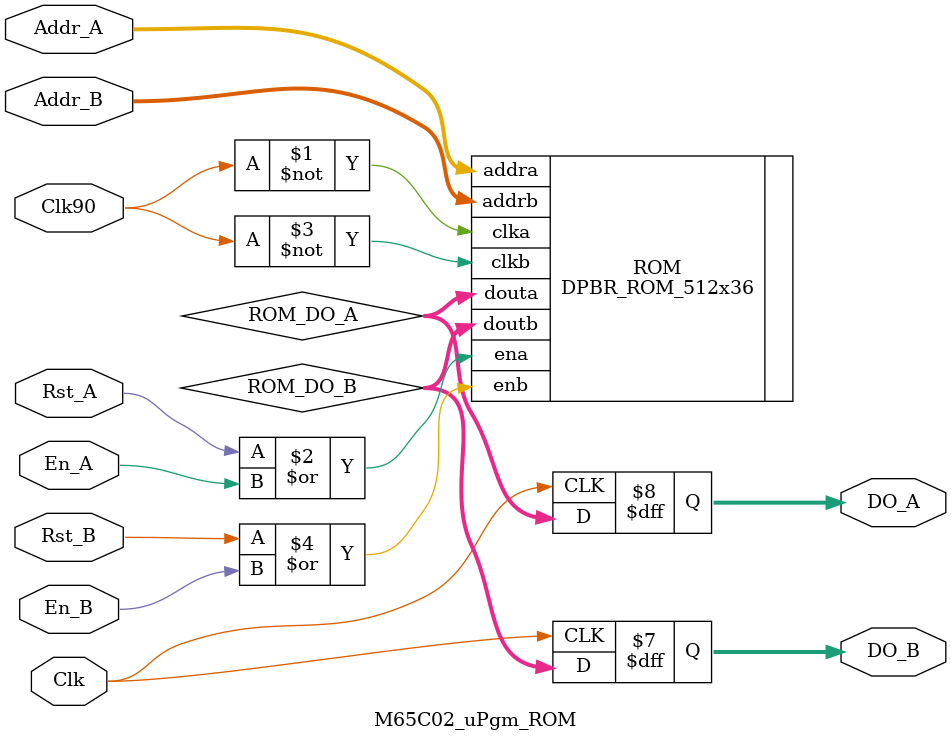
<source format=v>

`timescale 1ns / 1ps


module M65C02_uPgm_ROM #(
    parameter pROM_AddrWidth = 8'd9,
    parameter pROM_Width     = 8'd36,
    parameter pROM_Init      = "Src/M65C02_uPgm_V3b.coe"
)(
    input   Clk,
    input   Clk90,
    
    // Core 0 Interface (A Side)
    
    input   Rst_A,
    
    input   En_A,
    input   [(pROM_AddrWidth - 1):0] Addr_A,
    output  reg [(pROM_Width - 1):0] DO_A,

    // Core 1 Interface (B Side)
    
    input   Rst_B,
    
    input   En_B,
    input   [(pROM_AddrWidth - 1):0] Addr_B,
    output  reg [(pROM_Width - 1):0] DO_B
);

////////////////////////////////////////////////////////////////////////////////
//
//  Local Parameters
//

localparam  pROM_Depth = (2**pROM_AddrWidth);

////////////////////////////////////////////////////////////////////////////////
//
//  Implementation
//

`ifdef Sim_ROM

reg     [(pROM_Width - 1):0] ROM [(pROM_Depth - 1):0];
reg     [(pROM_Width - 1):0] ROM_DO_A, ROM_DO_B;

initial
    $readmemb(pROM_Init, ROM, 0, (pROM_Depth - 1));

always @(negedge Clk90)
begin
    if(En_A | Rst_A)                    //  Port A
        ROM_DO_A <= #1 ROM[Addr_A];

    if(En_B | Rst_B)                    //  Port B
        ROM_DO_B <= #1 ROM[Addr_B];
end

`else

wire    [(pROM_Width - 1):0] ROM_DO_A, ROM_DO_B;

DPBR_ROM_512x36 ROM (
                    .clka(~Clk90),

                    .ena(Rst_A | En_A),
                    .addra(Addr_A),             // Bus [ 7:0] 
                    .douta(ROM_DO_A),           // Bus [35:0]
                    
                    .clkb(~Clk90),

                    .enb(Rst_B | En_B),
                    .addrb(Addr_B),             // Bus [ 7:0] 
                    .doutb(ROM_DO_B)            // Bus [35:0]
                );

`endif

always @(posedge Clk) DO_A <= #1 ROM_DO_A;
always @(posedge Clk) DO_B <= #1 ROM_DO_B;

endmodule

</source>
